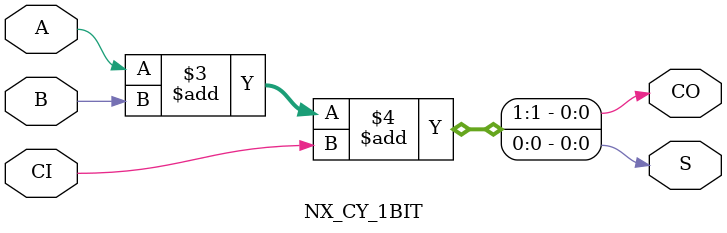
<source format=v>
(* abc9_lut=1 *)
module NX_LUT(input I1, I2, I3, I4, output O);

parameter lut_table = 16'h0000;

wire [7:0] s1 = I4 ? lut_table[15:8] : lut_table[7:0];
wire [3:0] s2 = I3 ? s1[7:4] : s1[3:0];
wire [1:0] s3 = I2 ? s2[3:2] : s2[1:0];
assign O = I1 ? s3[1] : s3[0];

endmodule

(* abc9_box, lib_whitebox *)
module NX_DFF(input I, CK, L, R, output reg O);

parameter dff_ctxt = 1'bx;
parameter dff_edge = 1'b0;
parameter dff_init = 1'b0;
parameter dff_load = 1'b0;
parameter dff_sync = 1'b0;
parameter dff_type = 1'b0;

initial begin
	O = dff_ctxt;
end

wire clock = CK ^ dff_edge;
wire load = dff_load ? L : 1'b1;
wire async_reset = !dff_sync && dff_init && R;
wire sync_reset = dff_sync && dff_init && R;

always @(posedge clock, posedge async_reset)
	if (async_reset) O <= dff_type;
	else if (sync_reset) O <= dff_type;
	else if (load) O <= I;

endmodule

(* abc9_box, lib_whitebox *)
module NX_CY(input A1, A2, A3, A4, B1, B2, B3, B4, (* abc9_carry *) input CI, output S1, S2, S3, S4, (* abc9_carry *) output CO);
parameter add_carry = 0;

wire CI_1;
wire CO1, CO2, CO3;

assign  CI_1 = (add_carry==2) ? CI : ((add_carry==1) ? 1'b1 : 1'b0);

assign { CO1, S1 } = A1 + B1 + CI_1;
assign { CO2, S2 } = A2 + B2 + CO1;
assign { CO3, S3 } = A3 + B3 + CO2;
assign { CO,  S4 } = A4 + B4 + CO3;

endmodule

(* abc9_box, lib_whitebox *)
module NX_XRFB_64x18(input WCK, input [17:0] I, input [5:0] RA, WA, input WE, WEA, output [17:0] O);

parameter wck_edge = 1'b0;
parameter mem_ctxt = 1152'b0;

reg [17:0] mem [63:0];

integer i;
initial begin
	for (i = 0; i < 64; i = i + 1)
		mem[i] = mem_ctxt[18*i +: 18];
end

wire clock = WCK ^ wck_edge;

always @(posedge clock)
	if (WE && WEA)
		mem[WA] <= I;

assign O = mem[RA];

endmodule

(* abc9_box, lib_whitebox *)
module NX_XRFB_32x36(input WCK, input [35:0] I, input [4:0] RA, WA, input WE, WEA, output [35:0] O);

parameter wck_edge = 1'b0;
parameter mem_ctxt = 1152'b0;

reg [35:0] mem [31:0];

integer i;
initial begin
	for (i = 0; i < 32; i = i + 1)
		mem[i] = mem_ctxt[36*i +: 36];
end

wire clock = WCK ^ wck_edge;

always @(posedge clock)
	if (WE && WEA)
		mem[WA] <= I;

assign O = mem[RA];

endmodule

module NX_IOB(I, C, T, O, IO);
    input C;
    input I;
	(* iopad_external_pin *)
    inout IO;
    output O;
    input T;
    parameter differential = "";
    parameter drive = "";
    parameter dynDrive = "";
    parameter dynInput = "";
    parameter dynTerm = "";
    parameter extra = 3;
    parameter inputDelayLine = "";
    parameter inputDelayOn = "";
    parameter inputSignalSlope = "";
    parameter location = "";
    parameter locked = 1'b0;
    parameter outputCapacity = "";
    parameter outputDelayLine = "";
    parameter outputDelayOn = "";
    parameter slewRate = "";
    parameter standard = "";
    parameter termination = "";
    parameter terminationReference = "";
    parameter turbo = "";
    parameter weakTermination = "";

	assign O = IO;
	assign IO = C ? I : 1'bz;
endmodule

module NX_IOB_I(C, T, IO, O);
    input C;
	(* iopad_external_pin *)
    input IO;
    output O;
    input T;
    parameter differential = "";
    parameter drive = "";
    parameter dynDrive = "";
    parameter dynInput = "";
    parameter dynTerm = "";
    parameter extra = 1;
    parameter inputDelayLine = "";
    parameter inputDelayOn = "";
    parameter inputSignalSlope = "";
    parameter location = "";
    parameter locked = 1'b0;
    parameter outputCapacity = "";
    parameter outputDelayLine = "";
    parameter outputDelayOn = "";
    parameter slewRate = "";
    parameter standard = "";
    parameter termination = "";
    parameter terminationReference = "";
    parameter turbo = "";
    parameter weakTermination = "";

	assign O = IO;
endmodule

module NX_IOB_O(I, C, T, IO);
    input C;
    input I;
	(* iopad_external_pin *)
    output IO;
    input T;
    parameter differential = "";
    parameter drive = "";
    parameter dynDrive = "";
    parameter dynInput = "";
    parameter dynTerm = "";
    parameter extra = 2;
    parameter inputDelayLine = "";
    parameter inputDelayOn = "";
    parameter inputSignalSlope = "";
    parameter location = "";
    parameter locked = 1'b0;
    parameter outputCapacity = "";
    parameter outputDelayLine = "";
    parameter outputDelayOn = "";
    parameter slewRate = "";
    parameter standard = "";
    parameter termination = "";
    parameter terminationReference = "";
    parameter turbo = "";
    parameter weakTermination = "";

	assign IO = C ? I : 1'bz;
endmodule

(* abc9_box, lib_whitebox *)
module NX_CY_1BIT(CI, A, B, S, CO);
    (* abc9_carry *)
    input CI;
    input A;
    input B;
    output S;
    (* abc9_carry *)
    output CO;
    parameter first = 1'b0;

    assign {CO, S} = A + B + CI;
endmodule

</source>
